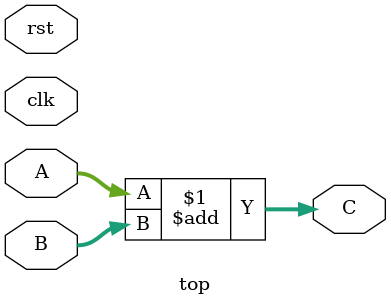
<source format=v>
module top(
    input                               clk,                    // 时钟信号
    input                               rst,                    // 复位信号

    input       [31:0]                  A,                      // 输入A
    input       [31:0]                  B,                      // 输入B
    output reg  [31:0]                  C                       // 输入C
);
    assign C = A + B;

endmodule
</source>
